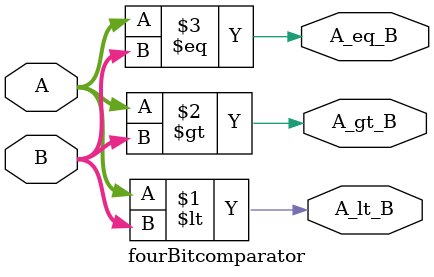
<source format=v>
`timescale 1ns / 1ps

// Malak Majeedullah khan

module fourBitcomparator(A_lt_B, A_gt_B, A_eq_B, A, B); //declaring module
input [3:0] A, B; // declaring aray input
output A_lt_B, A_gt_B, A_eq_B; // declaring array output
assign A_lt_B = A < B; // less than operator
assign A_gt_B = A > B; // greater than operator
assign A_eq_B = A == B; // equal to operator
endmodule



//module Comparator_4bit_TB();
//reg [3:0] A, B;
//wire A_lt_B, A_gt_B, A_eq_B;
//// instantiation
//fourBitcomparator inst(A_lt_B, A_gt_B, A_eq_B, A, B);
////
//initial
//begin
//#00 A = 2; B = 3; // A < B condition
//#10 A = 7; B = 6 ; // A > B condition
//#10 A = 5; B = 5; // A = B condition
//#10 $stop;
//end
//initial
//begin
//$display("Author:Malak Majeedullah khan Khan\n");

//$monitor($time,"ns -- A=%d, B=%d, A_lt_B=%b, A_gt_B=%b,A_eq_B=%b" , A,B,A_lt_B, A_gt_B, A_eq_B);
//end
//endmodule
</source>
